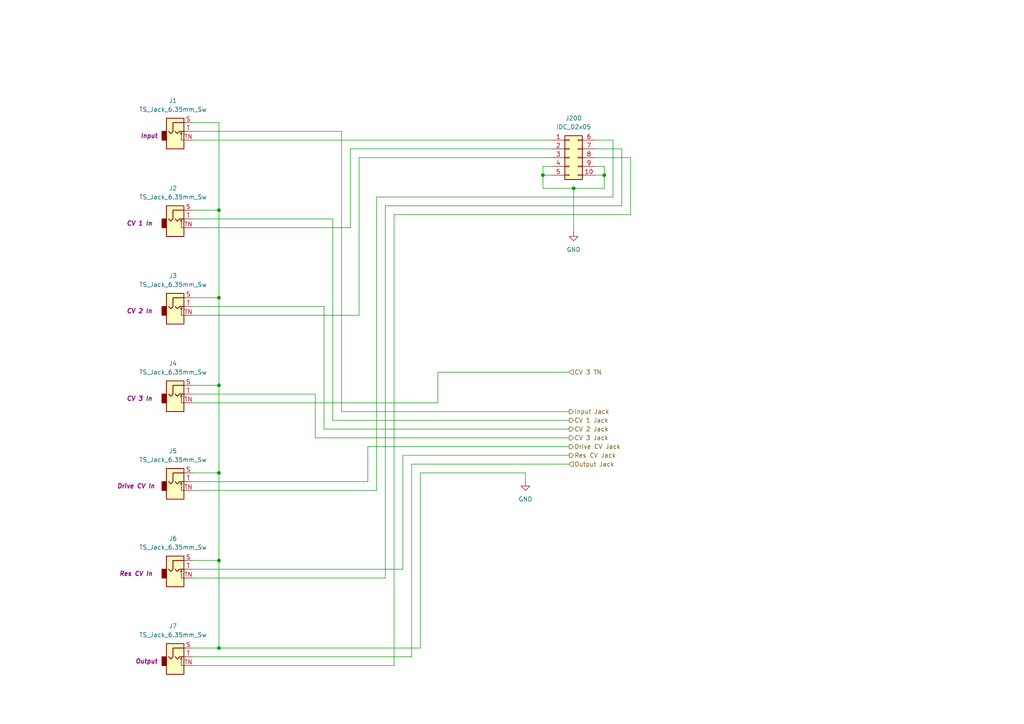
<source format=kicad_sch>
(kicad_sch (version 20250114) (generator "eeschema") (generator_version "9.0")
  (paper "A4")
  (title_block (company "DMH Instruments") (comment 1 "PCB for 15cm Kosmo format synthesizer module"))
  (lib_symbols
    (symbol "SynthStuff:BackBone_Connector_10Pin" (pin_names (offset 1.016) (hide yes))
      (property "Reference" "J" (at 0 -10.922 0))
      (property "Value" "IDC_02x05" (at 0 -8.382 0))
      (symbol "BackBone_Connector_10Pin_1_1"
        (rectangle (start -2.54 6.35) (end 2.54 -6.35) (stroke (width 0.254)) (fill (type background)))
        (rectangle (start -2.54 5.207) (end -1.27 4.953) (stroke (width 0.1524)))
        (rectangle (start -2.54 2.667) (end -1.27 2.413) (stroke (width 0.1524)))
        (rectangle (start -2.54 0.127) (end -1.27 -0.127) (stroke (width 0.1524)))
        (rectangle (start -2.54 -2.413) (end -1.27 -2.667) (stroke (width 0.1524)))
        (rectangle (start -2.54 -4.953) (end -1.27 -5.207) (stroke (width 0.1524)))
        (rectangle (start 2.54 5.207) (end 1.27 4.953) (stroke (width 0.1524)))
        (rectangle (start 2.54 2.667) (end 1.27 2.413) (stroke (width 0.1524)))
        (rectangle (start 2.54 0.127) (end 1.27 -0.127) (stroke (width 0.1524)))
        (rectangle (start 2.54 -2.413) (end 1.27 -2.667) (stroke (width 0.1524)))
        (rectangle (start 2.54 -4.953) (end 1.27 -5.207) (stroke (width 0.1524)))
        (pin passive line (at -6.35 5.08 0) (length 3.81) (name "Pin_1") (number "1"))
        (pin passive line (at -6.35 2.54 0) (length 3.81) (name "Pin_2") (number "2"))
        (pin passive line (at -6.35 0 0) (length 3.81) (name "Pin_3") (number "3"))
        (pin passive line (at -6.35 -2.54 0) (length 3.81) (name "Pin_4") (number "4"))
        (pin passive line (at -6.35 -5.08 0) (length 3.81) (name "Pin_5") (number "5"))
        (pin passive line (at 6.35 5.08 180) (length 3.81) (name "Pin_6") (number "6"))
        (pin passive line (at 6.35 2.54 180) (length 3.81) (name "Pin_7") (number "7"))
        (pin passive line (at 6.35 0 180) (length 3.81) (name "Pin_8") (number "8"))
        (pin passive line (at 6.35 -2.54 180) (length 3.81) (name "Pin_9") (number "9"))
        (pin passive line (at 6.35 -5.08 180) (length 3.81) (name "Pin_10") (number "10"))
      )
    )
    (symbol "SynthStuff:TS_Jack_6.35mm_Sw"
      (property "Reference" "J" (at -0.635 8.89 0))
      (property "Value" "TS_Jack_6.35mm_Sw" (at -0.635 6.35 0))
      (symbol "TS_Jack_6.35mm_Sw_0_1"
        (rectangle (start -2.54 0) (end -3.81 -2.54) (stroke (width 0.254)) (fill (type outline)))
        (polyline (pts (xy 0 0) (xy 0.635 -0.635) (xy 1.27 0) (xy 2.54 0)) (stroke (width 0.254)))
        (polyline (pts (xy 1.778 -0.254) (xy 2.032 -0.762)))
        (rectangle (start 2.54 3.81) (end -2.54 -5.08) (stroke (width 0.254)) (fill (type background)))
        (polyline (pts (xy 2.54 2.54) (xy -0.635 2.54) (xy -0.635 0) (xy -1.27 -0.635) (xy -1.905 0)) (stroke (width 0.254)))
        (polyline (pts (xy 2.54 -2.54) (xy 1.778 -2.54) (xy 1.778 -0.254) (xy 1.524 -0.762)))
      )
      (symbol "TS_Jack_6.35mm_Sw_1_1"
        (pin passive line (at 5.08 2.54 180) (length 2.54) (name "~") (number "S"))
        (pin passive line (at 5.08 0 180) (length 2.54) (name "~") (number "T"))
        (pin passive line (at 5.08 -2.54 180) (length 2.54) (name "~") (number "TN"))
      )
    )
    (symbol "power:GND" (power) (pin_numbers (hide yes)) (pin_names (offset 0) (hide yes))
      (property "Value" "GND" (at 0 -3.81 0))
      (symbol "GND_0_1"
        (polyline (pts (xy 0 0) (xy 0 -1.27) (xy 1.27 -1.27) (xy 0 -2.54) (xy -1.27 -1.27) (xy 0 -1.27)))
      )
      (symbol "GND_1_1"
        (pin power_in line (at 0 0 270) (length 0) (name "~") (number "1"))
      )
    )
  )
  (junction (at 63.5 137.16))
  (junction (at 63.5 86.36))
  (junction (at 63.5 111.76))
  (junction (at 157.48 50.8))
  (junction (at 63.5 162.56))
  (junction (at 166.37 54.61))
  (junction (at 175.26 50.8))
  (junction (at 63.5 187.96))
  (junction (at 63.5 60.96))
  (wire (pts (xy 55.88 114.3) (xy 91.44 114.3)))
  (wire (pts (xy 127 107.95) (xy 165.1 107.95)))
  (wire (pts (xy 177.8 40.64) (xy 177.8 57.15)))
  (wire (pts (xy 63.5 187.96) (xy 121.92 187.96)))
  (wire (pts (xy 63.5 60.96) (xy 63.5 86.36)))
  (wire (pts (xy 63.5 86.36) (xy 63.5 111.76)))
  (wire (pts (xy 55.88 187.96) (xy 63.5 187.96)))
  (wire (pts (xy 55.88 111.76) (xy 63.5 111.76)))
  (wire (pts (xy 101.6 43.18) (xy 101.6 66.04)))
  (wire (pts (xy 99.06 38.1) (xy 99.06 119.38)))
  (wire (pts (xy 157.48 54.61) (xy 166.37 54.61)))
  (wire (pts (xy 55.88 88.9) (xy 93.98 88.9)))
  (wire (pts (xy 55.88 162.56) (xy 63.5 162.56)))
  (wire (pts (xy 121.92 187.96) (xy 121.92 137.16)))
  (wire (pts (xy 55.88 91.44) (xy 104.14 91.44)))
  (wire (pts (xy 104.14 45.72) (xy 160.02 45.72)))
  (wire (pts (xy 157.48 48.26) (xy 157.48 50.8)))
  (wire (pts (xy 166.37 54.61) (xy 175.26 54.61)))
  (wire (pts (xy 55.88 40.64) (xy 160.02 40.64)))
  (wire (pts (xy 55.88 86.36) (xy 63.5 86.36)))
  (wire (pts (xy 114.3 193.04) (xy 114.3 62.23)))
  (wire (pts (xy 152.4 139.7) (xy 152.4 137.16)))
  (wire (pts (xy 93.98 124.46) (xy 165.1 124.46)))
  (wire (pts (xy 172.72 45.72) (xy 182.88 45.72)))
  (wire (pts (xy 55.88 116.84) (xy 127 116.84)))
  (wire (pts (xy 111.76 167.64) (xy 111.76 59.69)))
  (wire (pts (xy 172.72 48.26) (xy 175.26 48.26)))
  (wire (pts (xy 160.02 48.26) (xy 157.48 48.26)))
  (wire (pts (xy 175.26 48.26) (xy 175.26 50.8)))
  (wire (pts (xy 172.72 50.8) (xy 175.26 50.8)))
  (wire (pts (xy 55.88 165.1) (xy 116.84 165.1)))
  (wire (pts (xy 55.88 142.24) (xy 109.22 142.24)))
  (wire (pts (xy 177.8 40.64) (xy 172.72 40.64)))
  (wire (pts (xy 96.52 63.5) (xy 96.52 121.92)))
  (wire (pts (xy 121.92 137.16) (xy 152.4 137.16)))
  (wire (pts (xy 55.88 137.16) (xy 63.5 137.16)))
  (wire (pts (xy 101.6 43.18) (xy 160.02 43.18)))
  (wire (pts (xy 175.26 54.61) (xy 175.26 50.8)))
  (wire (pts (xy 119.38 190.5) (xy 119.38 134.62)))
  (wire (pts (xy 55.88 190.5) (xy 119.38 190.5)))
  (wire (pts (xy 180.34 59.69) (xy 180.34 43.18)))
  (wire (pts (xy 166.37 54.61) (xy 166.37 67.31)))
  (wire (pts (xy 157.48 54.61) (xy 157.48 50.8)))
  (wire (pts (xy 106.68 129.54) (xy 165.1 129.54)))
  (wire (pts (xy 109.22 57.15) (xy 177.8 57.15)))
  (wire (pts (xy 55.88 139.7) (xy 106.68 139.7)))
  (wire (pts (xy 63.5 35.56) (xy 63.5 60.96)))
  (wire (pts (xy 99.06 119.38) (xy 165.1 119.38)))
  (wire (pts (xy 55.88 60.96) (xy 63.5 60.96)))
  (wire (pts (xy 109.22 142.24) (xy 109.22 57.15)))
  (wire (pts (xy 119.38 134.62) (xy 165.1 134.62)))
  (wire (pts (xy 63.5 162.56) (xy 63.5 187.96)))
  (wire (pts (xy 127 116.84) (xy 127 107.95)))
  (wire (pts (xy 91.44 114.3) (xy 91.44 127)))
  (wire (pts (xy 116.84 165.1) (xy 116.84 132.08)))
  (wire (pts (xy 55.88 167.64) (xy 111.76 167.64)))
  (wire (pts (xy 55.88 38.1) (xy 99.06 38.1)))
  (wire (pts (xy 111.76 59.69) (xy 180.34 59.69)))
  (wire (pts (xy 182.88 62.23) (xy 182.88 45.72)))
  (wire (pts (xy 91.44 127) (xy 165.1 127)))
  (wire (pts (xy 104.14 91.44) (xy 104.14 45.72)))
  (wire (pts (xy 114.3 62.23) (xy 182.88 62.23)))
  (wire (pts (xy 157.48 50.8) (xy 160.02 50.8)))
  (wire (pts (xy 93.98 88.9) (xy 93.98 124.46)))
  (wire (pts (xy 55.88 63.5) (xy 96.52 63.5)))
  (wire (pts (xy 63.5 137.16) (xy 63.5 162.56)))
  (wire (pts (xy 55.88 193.04) (xy 114.3 193.04)))
  (wire (pts (xy 96.52 121.92) (xy 165.1 121.92)))
  (wire (pts (xy 63.5 111.76) (xy 63.5 137.16)))
  (wire (pts (xy 106.68 139.7) (xy 106.68 129.54)))
  (wire (pts (xy 55.88 66.04) (xy 101.6 66.04)))
  (wire (pts (xy 172.72 43.18) (xy 180.34 43.18)))
  (wire (pts (xy 116.84 132.08) (xy 165.1 132.08)))
  (wire (pts (xy 55.88 35.56) (xy 63.5 35.56)))
  (hierarchical_label "CV 3 Jack" (shape output) (at 165.1 127 0))
  (hierarchical_label "CV 2 Jack" (shape output) (at 165.1 124.46 0))
  (hierarchical_label "Drive CV Jack" (shape output) (at 165.1 129.54 0))
  (hierarchical_label "Output Jack" (shape input) (at 165.1 134.62 0))
  (hierarchical_label "Res CV Jack" (shape output) (at 165.1 132.08 0))
  (hierarchical_label "Input Jack" (shape output) (at 165.1 119.38 0))
  (hierarchical_label "CV 1 Jack" (shape output) (at 165.1 121.92 0))
  (hierarchical_label "CV 3 TN" (shape input) (at 165.1 107.95 0))
  (symbol (lib_id "SynthStuff:TS_Jack_6.35mm_Sw") (at 50.8 38.1 0) (unit 1)
    (property "Reference" "J1" (at 50.165 29.21 0))
    (property "Value" "TS_Jack_6.35mm_Sw" (at 50.165 31.75 0))
    (property "Footprint" "SynthStuff:CUI_MJ-63052A" (effects (hide yes)))
    (property "Description" "Audio Jack, 2 Poles (Mono / TS), Switched T Pole (Normalling), 6.35mm, 1/4inch" (effects (hide yes)))
    (property "Function" "Input" (at 43.18 39.37 0) (effects (font (thickness 0.254) (bold yes) (italic yes))))
  )
  (symbol (lib_id "SynthStuff:TS_Jack_6.35mm_Sw") (at 50.8 190.5 0) (unit 1)
    (property "Reference" "J7" (at 50.165 181.61 0))
    (property "Value" "TS_Jack_6.35mm_Sw" (at 50.165 184.15 0))
    (property "Footprint" "SynthStuff:CUI_MJ-63052A" (effects (hide yes)))
    (property "Description" "Audio Jack, 2 Poles (Mono / TS), Switched T Pole (Normalling), 6.35mm, 1/4inch" (effects (hide yes)))
    (property "Function" "Output" (at 42.418 191.77 0) (effects (font (thickness 0.254) (bold yes) (italic yes))))
  )
  (symbol (lib_id "SynthStuff:TS_Jack_6.35mm_Sw") (at 50.8 139.7 0) (unit 1)
    (property "Reference" "J5" (at 50.165 130.81 0))
    (property "Value" "TS_Jack_6.35mm_Sw" (at 50.165 133.35 0))
    (property "Footprint" "SynthStuff:CUI_MJ-63052A" (effects (hide yes)))
    (property "Description" "Audio Jack, 2 Poles (Mono / TS), Switched T Pole (Normalling), 6.35mm, 1/4inch" (effects (hide yes)))
    (property "Function" "Drive CV In" (at 39.37 140.97 0) (effects (font (thickness 0.254) (bold yes) (italic yes))))
  )
  (symbol (lib_id "SynthStuff:TS_Jack_6.35mm_Sw") (at 50.8 114.3 0) (unit 1)
    (property "Reference" "J4" (at 50.165 105.41 0))
    (property "Value" "TS_Jack_6.35mm_Sw" (at 50.165 107.95 0))
    (property "Footprint" "SynthStuff:CUI_MJ-63052A" (effects (hide yes)))
    (property "Description" "Audio Jack, 2 Poles (Mono / TS), Switched T Pole (Normalling), 6.35mm, 1/4inch" (effects (hide yes)))
    (property "Function" "CV 3 In" (at 40.386 115.57 0) (effects (font (thickness 0.254) (bold yes) (italic yes))))
  )
  (symbol (lib_id "SynthStuff:TS_Jack_6.35mm_Sw") (at 50.8 63.5 0) (unit 1)
    (property "Reference" "J2" (at 50.165 54.61 0))
    (property "Value" "TS_Jack_6.35mm_Sw" (at 50.165 57.15 0))
    (property "Footprint" "SynthStuff:CUI_MJ-63052A" (effects (hide yes)))
    (property "Description" "Audio Jack, 2 Poles (Mono / TS), Switched T Pole (Normalling), 6.35mm, 1/4inch" (effects (hide yes)))
    (property "Function" "CV 1 In" (at 40.386 64.77 0) (effects (font (thickness 0.254) (bold yes) (italic yes))))
  )
  (symbol (lib_id "power:GND") (at 166.37 67.31 0) (unit 1)
    (property "Reference" "#PWR06" (effects (hide yes)))
    (property "Value" "GND" (at 166.37 72.39 0))
    (property "Description" "Power symbol creates a global label with name \"GND\" , ground" (effects (hide yes)))
  )
  (symbol (lib_id "SynthStuff:BackBone_Connector_10Pin") (at 166.37 45.72 0) (unit 1)
    (property "Reference" "J200" (at 166.37 34.29 0))
    (property "Value" "IDC_02x05" (at 166.37 36.83 0))
    (property "Footprint" "SynthStuff:IDC-Header_2x05_P2.54mm_Vertical_BackBone" (effects (hide yes)))
    (property "Description" "IDC jack, 2x5 pins, row a carries same signals as row b." (effects (hide yes)))
  )
  (symbol (lib_id "power:GND") (at 152.4 139.7 0) (unit 1)
    (property "Reference" "#PWR05" (effects (hide yes)))
    (property "Value" "GND" (at 152.4 144.78 0))
    (property "Description" "Power symbol creates a global label with name \"GND\" , ground" (effects (hide yes)))
  )
  (symbol (lib_id "SynthStuff:TS_Jack_6.35mm_Sw") (at 50.8 165.1 0) (unit 1)
    (property "Reference" "J6" (at 50.165 156.21 0))
    (property "Value" "TS_Jack_6.35mm_Sw" (at 50.165 158.75 0))
    (property "Footprint" "SynthStuff:CUI_MJ-63052A" (effects (hide yes)))
    (property "Description" "Audio Jack, 2 Poles (Mono / TS), Switched T Pole (Normalling), 6.35mm, 1/4inch" (effects (hide yes)))
    (property "Function" "Res CV In" (at 39.37 166.37 0) (effects (font (thickness 0.254) (bold yes) (italic yes))))
  )
  (symbol (lib_id "SynthStuff:TS_Jack_6.35mm_Sw") (at 50.8 88.9 0) (unit 1)
    (property "Reference" "J3" (at 50.165 80.01 0))
    (property "Value" "TS_Jack_6.35mm_Sw" (at 50.165 82.55 0))
    (property "Footprint" "SynthStuff:CUI_MJ-63052A" (effects (hide yes)))
    (property "Description" "Audio Jack, 2 Poles (Mono / TS), Switched T Pole (Normalling), 6.35mm, 1/4inch" (effects (hide yes)))
    (property "Function" "CV 2 In" (at 40.386 90.17 0) (effects (font (thickness 0.254) (bold yes) (italic yes))))
  )
)
</source>
